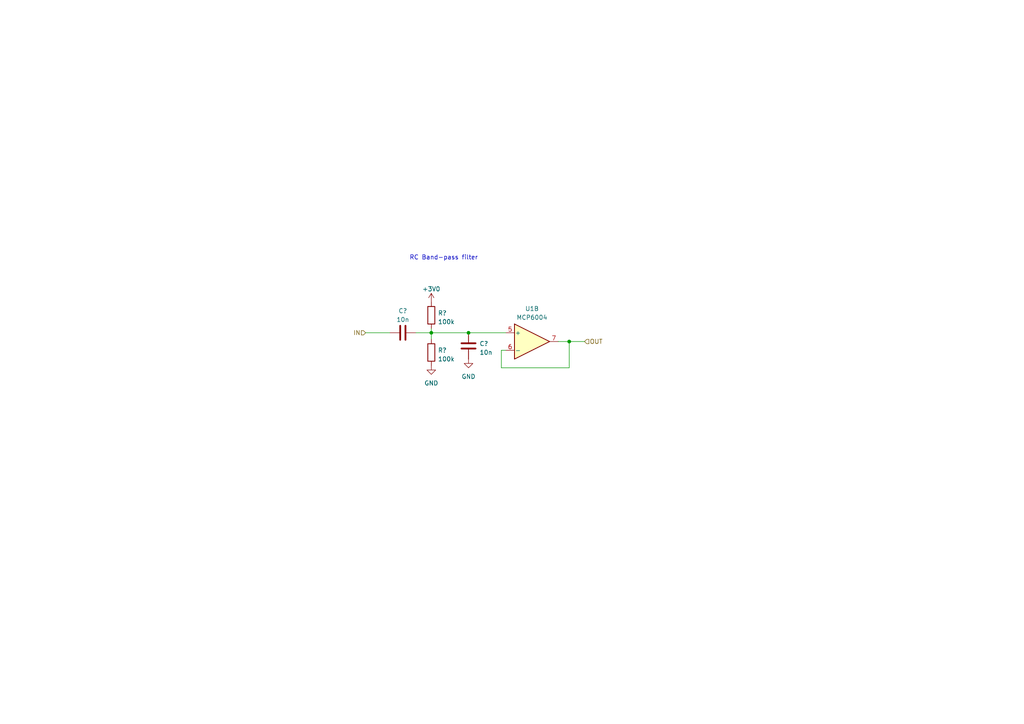
<source format=kicad_sch>
(kicad_sch (version 20230121) (generator eeschema)
  (paper "A4")
  (lib_symbols
    (symbol "Amplifier_Operational:MCP6004" (pin_names (offset 0.127))
      (property "Reference" "U" (at 0 5.08 0))
      (property "Value" "MCP6004" (at 0 -5.08 0))
      (symbol "MCP6004_1_1"
        (polyline (pts (xy -5.08 5.08) (xy 5.08 0) (xy -5.08 -5.08) (xy -5.08 5.08)) (stroke (width 0.254)) (fill (type background)))
        (pin output line (at 7.62 0 180) (length 2.54) (name "~") (number "1"))
        (pin input line (at -7.62 -2.54 0) (length 2.54) (name "-") (number "2"))
        (pin input line (at -7.62 2.54 0) (length 2.54) (name "+") (number "3"))
      )
      (symbol "MCP6004_2_1"
        (polyline (pts (xy -5.08 5.08) (xy 5.08 0) (xy -5.08 -5.08) (xy -5.08 5.08)) (stroke (width 0.254)) (fill (type background)))
        (pin input line (at -7.62 2.54 0) (length 2.54) (name "+") (number "5"))
        (pin input line (at -7.62 -2.54 0) (length 2.54) (name "-") (number "6"))
        (pin output line (at 7.62 0 180) (length 2.54) (name "~") (number "7"))
      )
      (symbol "MCP6004_3_1"
        (polyline (pts (xy -5.08 5.08) (xy 5.08 0) (xy -5.08 -5.08) (xy -5.08 5.08)) (stroke (width 0.254)) (fill (type background)))
        (pin input line (at -7.62 2.54 0) (length 2.54) (name "+") (number "10"))
        (pin output line (at 7.62 0 180) (length 2.54) (name "~") (number "8"))
        (pin input line (at -7.62 -2.54 0) (length 2.54) (name "-") (number "9"))
      )
      (symbol "MCP6004_4_1"
        (polyline (pts (xy -5.08 5.08) (xy 5.08 0) (xy -5.08 -5.08) (xy -5.08 5.08)) (stroke (width 0.254)) (fill (type background)))
        (pin input line (at -7.62 2.54 0) (length 2.54) (name "+") (number "12"))
        (pin input line (at -7.62 -2.54 0) (length 2.54) (name "-") (number "13"))
        (pin output line (at 7.62 0 180) (length 2.54) (name "~") (number "14"))
      )
      (symbol "MCP6004_5_1"
        (pin power_in line (at -2.54 -7.62 90) (length 3.81) (name "V-") (number "11"))
        (pin power_in line (at -2.54 7.62 270) (length 3.81) (name "V+") (number "4"))
      )
    )
    (symbol "Device:C" (pin_numbers hide) (pin_names (offset 0.254))
      (property "Reference" "C" (at 0.635 2.54 0))
      (property "Value" "C" (at 0.635 -2.54 0))
      (symbol "C_0_1"
        (polyline (pts (xy -2.032 -0.762) (xy 2.032 -0.762)) (stroke (width 0.508)))
        (polyline (pts (xy -2.032 0.762) (xy 2.032 0.762)) (stroke (width 0.508)))
      )
      (symbol "C_1_1"
        (pin passive line (at 0 3.81 270) (length 2.794) (name "~") (number "1"))
        (pin passive line (at 0 -3.81 90) (length 2.794) (name "~") (number "2"))
      )
    )
    (symbol "Device:R" (pin_numbers hide) (pin_names (offset 0))
      (property "Reference" "R" (at 2.032 0 90))
      (property "Value" "R" (at 0 0 90))
      (symbol "R_0_1"
        (rectangle (start -1.016 -2.54) (end 1.016 2.54) (stroke (width 0.254)))
      )
      (symbol "R_1_1"
        (pin passive line (at 0 3.81 270) (length 1.27) (name "~") (number "1"))
        (pin passive line (at 0 -3.81 90) (length 1.27) (name "~") (number "2"))
      )
    )
    (symbol "power:+3V0" (power) (pin_names (offset 0))
      (property "Value" "+3V0" (at 0 3.556 0))
      (symbol "+3V0_0_1"
        (polyline (pts (xy -0.762 1.27) (xy 0 2.54)))
        (polyline (pts (xy 0 0) (xy 0 2.54)))
        (polyline (pts (xy 0 2.54) (xy 0.762 1.27)))
      )
      (symbol "+3V0_1_1"
        (pin power_in line (at 0 0 90) (length 0) hide (name "+3V0") (number "1"))
      )
    )
    (symbol "power:GND" (power) (pin_names (offset 0))
      (property "Value" "GND" (at 0 -3.81 0))
      (symbol "GND_0_1"
        (polyline (pts (xy 0 0) (xy 0 -1.27) (xy 1.27 -1.27) (xy 0 -2.54) (xy -1.27 -1.27) (xy 0 -1.27)))
      )
      (symbol "GND_1_1"
        (pin power_in line (at 0 0 270) (length 0) hide (name "GND") (number "1"))
      )
    )
  )
  (junction (at 135.89 96.52))
  (junction (at 165.1 99.06))
  (junction (at 125.095 96.52))
  (wire (pts (xy 169.545 99.06) (xy 165.1 99.06)))
  (wire (pts (xy 145.415 101.6) (xy 145.415 106.68)))
  (wire (pts (xy 120.65 96.52) (xy 125.095 96.52)))
  (wire (pts (xy 165.1 99.06) (xy 161.925 99.06)))
  (wire (pts (xy 106.045 96.52) (xy 113.03 96.52)))
  (wire (pts (xy 135.89 96.52) (xy 146.685 96.52)))
  (wire (pts (xy 165.1 99.06) (xy 165.1 106.68)))
  (wire (pts (xy 125.095 95.25) (xy 125.095 96.52)))
  (wire (pts (xy 145.415 101.6) (xy 146.685 101.6)))
  (wire (pts (xy 125.095 98.425) (xy 125.095 96.52)))
  (wire (pts (xy 165.1 106.68) (xy 145.415 106.68)))
  (wire (pts (xy 125.095 96.52) (xy 135.89 96.52)))
  (text "RC Band-pass filter" (at 118.745 75.565 0) (effects (font (size 1.27 1.27)) (justify left bottom)))
  (hierarchical_label "IN" (shape input) (at 106.045 96.52 180))
  (hierarchical_label "OUT" (shape input) (at 169.545 99.06 0))
  (symbol (lib_id "Device:C") (at 116.84 96.52 270) (unit 1)
    (property "Reference" "C?" (at 116.84 90.17 90))
    (property "Value" "10n" (at 116.84 92.71 90))
    (property "Footprint" "Capacitor_THT:C_Rect_L9.0mm_W4.0mm_P7.50mm_MKT" (effects hide))
    (instances (project "weit_generator" (path "" (reference "C?") (unit 1)) (path "" (reference "C5") (unit 1))))
  )
  (symbol (lib_id "Device:R") (at 125.095 91.44 0) (unit 1)
    (property "Reference" "R?" (at 127 90.805 0) (effects (justify left)))
    (property "Value" "100k" (at 127 93.345 0) (effects (justify left)))
    (property "Footprint" "Resistor_SMD:R_0805_2012Metric_Pad1.20x1.40mm_HandSolder" (effects hide))
    (instances (project "weit_generator" (path "" (reference "R?") (unit 1)) (path "" (reference "R19") (unit 1))))
  )
  (symbol (lib_id "Device:R") (at 125.095 102.235 180) (unit 1)
    (property "Reference" "R?" (at 127 101.6 0) (effects (justify right)))
    (property "Value" "100k" (at 127 104.14 0) (effects (justify right)))
    (property "Footprint" "Resistor_SMD:R_0805_2012Metric_Pad1.20x1.40mm_HandSolder" (effects hide))
    (instances (project "weit_generator" (path "" (reference "R?") (unit 1)) (path "" (reference "R20") (unit 1))))
  )
  (symbol (lib_id "Device:C") (at 135.89 100.33 180) (unit 1)
    (property "Reference" "C?" (at 139.065 99.695 0) (effects (justify right)))
    (property "Value" "10n" (at 139.065 102.235 0) (effects (justify right)))
    (property "Footprint" "Capacitor_THT:C_Rect_L9.0mm_W4.0mm_P7.50mm_MKT" (effects hide))
    (instances (project "weit_generator" (path "" (reference "C?") (unit 1)) (path "" (reference "C4") (unit 1))))
  )
  (symbol (lib_id "power:GND") (at 125.095 106.045 0) (unit 1)
    (property "Reference" "#PWR?" (effects hide))
    (property "Value" "GND" (at 125.095 111.125 0))
    (instances (project "weit_generator" (path "" (reference "#PWR?") (unit 1)) (path "" (reference "#PWR023") (unit 1))))
  )
  (symbol (lib_id "Amplifier_Operational:MCP6004") (at 154.305 99.06 0) (unit 2)
    (property "Reference" "U1" (at 154.305 89.535 0))
    (property "Value" "MCP6004" (at 154.305 92.075 0))
    (property "Footprint" "Package_DIP:DIP-14_W7.62mm_Socket_LongPads" (effects hide))
    (property "Datasheet" "http://ww1.microchip.com/downloads/en/DeviceDoc/21733j.pdf" (effects hide))
  )
  (symbol (lib_id "power:+3V0") (at 125.095 87.63 0) (unit 1)
    (property "Reference" "#PWR?" (effects hide))
    (property "Value" "+3V0" (at 125.095 83.82 0))
    (instances (project "weit_generator" (path "" (reference "#PWR?") (unit 1)) (path "" (reference "#PWR022") (unit 1))))
  )
  (symbol (lib_id "power:GND") (at 135.89 104.14 0) (unit 1)
    (property "Reference" "#PWR?" (effects hide))
    (property "Value" "GND" (at 135.89 109.22 0))
    (instances (project "weit_generator" (path "" (reference "#PWR?") (unit 1)) (path "" (reference "#PWR016") (unit 1))))
  )
)
</source>
